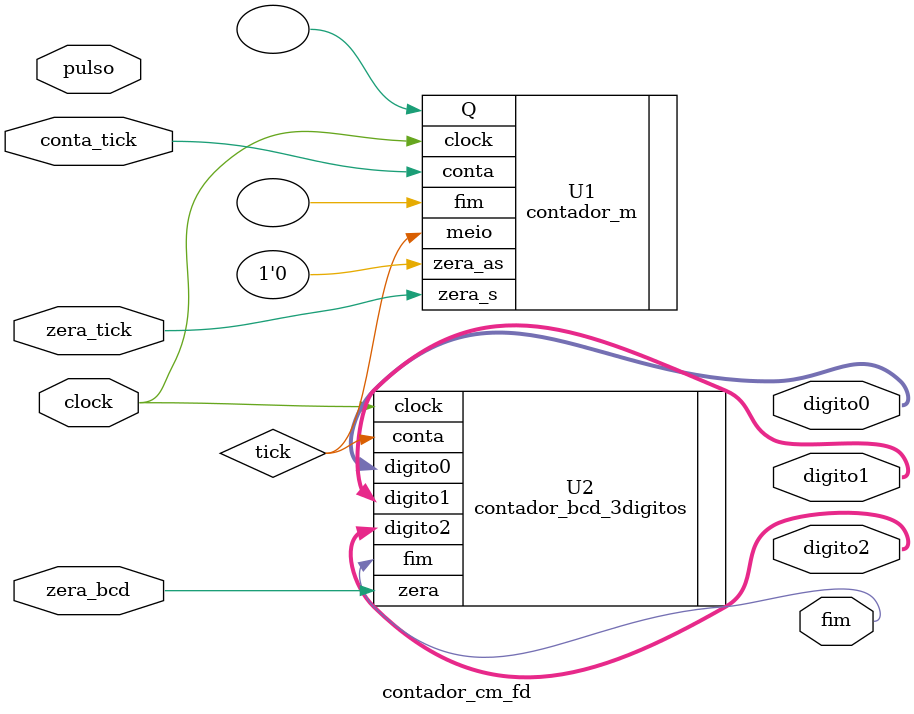
<source format=v>
/* --------------------------------------------------------------------------
 *  Arquivo   : contador_cm_fd
 * --------------------------------------------------------------------------
 *  Descricao : fluxo de dados do componente de contagem de cm 
 *
 *              componente parametrizado em funcao de clocks/cm
 *            
 * --------------------------------------------------------------------------
 *  Revisoes  :
 *      Data        Versao  Autor             Descricao
 *      07/09/2024  1.0     Edson Midorikawa  versao em Verilog
 * --------------------------------------------------------------------------
 */

module contador_cm_fd #(
    parameter R = 10,  // razão de clocks por cm
    parameter N = 4    // teto(log2(R)) 
) (
    input wire        clock,
    input wire        pulso,
    input wire        zera_tick,
    input wire        conta_tick,
    input wire        zera_bcd,
    output wire [3:0] digito0,
    output wire [3:0] digito1,
    output wire [3:0] digito2,
    output wire       fim
);
	 
	 wire tick;
	 
    // Gera tick do contador de cm a cada ciclo de R
    contador_m #(
        .M (R), 
        .N (N)
    ) U1 (
        .clock   (clock     ),
        .zera_as (1'b0      ),
        .zera_s  (zera_tick ),
        .conta   (conta_tick),
        .Q       (          ),  // s_resto (desconectado)
        .fim     (          ),  // fim (desconectado)
        .meio    (tick      )
    );

    // Contador de distância em cm
    contador_bcd_3digitos U2 (
        .clock   (clock    ),
        .zera    (zera_bcd ),
        .conta   (tick     ),
        .digito0 (digito0  ),
        .digito1 (digito1  ),
        .digito2 (digito2  ),
        .fim     (fim      )
    );

endmodule
</source>
